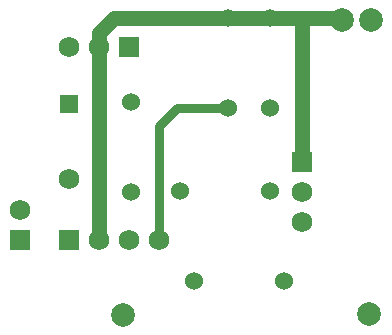
<source format=gbr>
G04 DipTrace 3.3.1.1*
G04 RECU_BLU-Bottom.gbr*
%MOIN*%
G04 #@! TF.FileFunction,Copper,L2,Bot*
G04 #@! TF.Part,Single*
G04 #@! TA.AperFunction,Conductor*
%ADD13C,0.05*%
%ADD14C,0.01*%
%ADD15C,0.03*%
G04 #@! TA.AperFunction,ComponentPad*
%ADD16R,0.0691X0.0691*%
%ADD17C,0.0691*%
%ADD18C,0.0791*%
%ADD19C,0.06*%
%ADD20C,0.06*%
%ADD21R,0.06X0.06*%
%ADD22C,0.0691*%
%FSLAX26Y26*%
G04*
G70*
G90*
G75*
G01*
G04 Bottom*
%LPD*%
X734000Y714000D2*
D13*
Y1359000D1*
D14*
D3*
D13*
Y1404000D1*
X784000Y1454000D1*
X1164000D1*
X1304000D1*
X1409000D1*
X1544000D1*
D14*
Y1449000D1*
X1409000Y974000D2*
D13*
Y1454000D1*
X934000Y714000D2*
D15*
Y1094000D1*
X994000Y1154000D1*
X1164000D1*
D16*
X1409000Y974000D3*
D17*
Y874000D3*
Y774000D3*
D18*
X1639000Y1449000D3*
X1544000D3*
D19*
X1304000Y1454000D3*
Y1154000D3*
X1164000Y1454000D3*
Y1154000D3*
X839000Y1174000D3*
Y874000D3*
X1304000Y879000D3*
X1004000D3*
D16*
X834000Y1359000D3*
D17*
X734000D3*
X634000D3*
D19*
X1049000Y579000D3*
D20*
X1349000D3*
D16*
X634000Y714000D3*
D17*
X734000D3*
X834000D3*
X934000D3*
D16*
X469000D3*
D17*
Y814000D3*
D18*
X814000Y464000D3*
D21*
X634000Y1168999D3*
D22*
Y918999D3*
D18*
X1634000Y469000D3*
M02*

</source>
